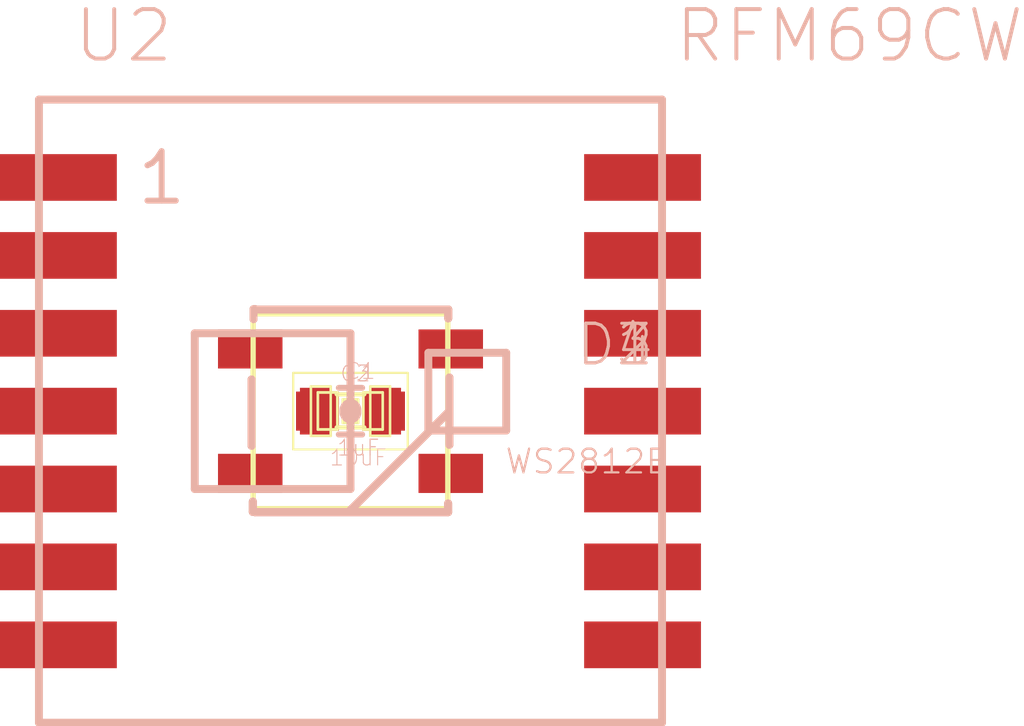
<source format=kicad_pcb>
(kicad_pcb (version 4) (host pcbnew 4.0.2+dfsg1-stable)

  (general
    (links 17)
    (no_connects 8)
    (area 0 0 0 0)
    (thickness 1.6)
    (drawings 0)
    (tracks 0)
    (zones 0)
    (modules 8)
    (nets 20)
  )

  (page A4)
  (layers
    (0 F.Cu signal)
    (31 B.Cu signal)
    (32 B.Adhes user)
    (33 F.Adhes user)
    (34 B.Paste user)
    (35 F.Paste user)
    (36 B.SilkS user)
    (37 F.SilkS user)
    (38 B.Mask user)
    (39 F.Mask user)
    (40 Dwgs.User user)
    (41 Cmts.User user)
    (42 Eco1.User user)
    (43 Eco2.User user)
    (44 Edge.Cuts user)
    (45 Margin user)
    (46 B.CrtYd user)
    (47 F.CrtYd user)
    (48 B.Fab user)
    (49 F.Fab user)
  )

  (setup
    (last_trace_width 0.25)
    (trace_clearance 0.2)
    (zone_clearance 0.508)
    (zone_45_only no)
    (trace_min 0.2)
    (segment_width 0.2)
    (edge_width 0.15)
    (via_size 0.6)
    (via_drill 0.4)
    (via_min_size 0.4)
    (via_min_drill 0.3)
    (uvia_size 0.3)
    (uvia_drill 0.1)
    (uvias_allowed no)
    (uvia_min_size 0.2)
    (uvia_min_drill 0.1)
    (pcb_text_width 0.3)
    (pcb_text_size 1.5 1.5)
    (mod_edge_width 0.15)
    (mod_text_size 1 1)
    (mod_text_width 0.15)
    (pad_size 1.524 1.524)
    (pad_drill 0.762)
    (pad_to_mask_clearance 0.2)
    (aux_axis_origin 0 0)
    (visible_elements FFFFFF7F)
    (pcbplotparams
      (layerselection 0x00030_80000001)
      (usegerberextensions false)
      (excludeedgelayer true)
      (linewidth 0.100000)
      (plotframeref false)
      (viasonmask false)
      (mode 1)
      (useauxorigin false)
      (hpglpennumber 1)
      (hpglpenspeed 20)
      (hpglpendiameter 15)
      (hpglpenoverlay 2)
      (psnegative false)
      (psa4output false)
      (plotreference true)
      (plotvalue true)
      (plotinvisibletext false)
      (padsonsilk false)
      (subtractmaskfromsilk false)
      (outputformat 1)
      (mirror false)
      (drillshape 1)
      (scaleselection 1)
      (outputdirectory ""))
  )

  (net 0 "")
  (net 1 GND)
  (net 2 +5V)
  (net 3 +3V3)
  (net 4 "Net-(D1-Pad2)")
  (net 5 "Net-(D1-Pad4)")
  (net 6 "Net-(D2-Pad2)")
  (net 7 "Net-(D3-Pad2)")
  (net 8 LED_EXTERNAL)
  (net 9 ANTENNA)
  (net 10 "Net-(U2-Pad4)")
  (net 11 RADIO_MOSI)
  (net 12 RADIO_SCK)
  (net 13 RADIO_NSS)
  (net 14 RADIO_MISO)
  (net 15 RADIO_DIO0)
  (net 16 "Net-(U2-Pad10)")
  (net 17 "Net-(U2-Pad11)")
  (net 18 "Net-(U2-Pad12)")
  (net 19 "Net-(U2-Pad13)")

  (net_class Default "This is the default net class."
    (clearance 0.2)
    (trace_width 0.25)
    (via_dia 0.6)
    (via_drill 0.4)
    (uvia_dia 0.3)
    (uvia_drill 0.1)
    (add_net +3V3)
    (add_net +5V)
    (add_net ANTENNA)
    (add_net GND)
    (add_net LED_EXTERNAL)
    (add_net "Net-(D1-Pad2)")
    (add_net "Net-(D1-Pad4)")
    (add_net "Net-(D2-Pad2)")
    (add_net "Net-(D3-Pad2)")
    (add_net "Net-(U2-Pad10)")
    (add_net "Net-(U2-Pad11)")
    (add_net "Net-(U2-Pad12)")
    (add_net "Net-(U2-Pad13)")
    (add_net "Net-(U2-Pad4)")
    (add_net RADIO_DIO0)
    (add_net RADIO_MISO)
    (add_net RADIO_MOSI)
    (add_net RADIO_NSS)
    (add_net RADIO_SCK)
  )

  (module 0805-CAP (layer F.Cu) (tedit 200000) (tstamp 5A54487B)
    (at 148.5011 105.0036)
    (path /5A548BBE)
    (attr smd)
    (fp_text reference C1 (at 0.254 -1.0287) (layer B.SilkS)
      (effects (font (size 0.4064 0.4064) (thickness 0.0254)))
    )
    (fp_text value 10uF (at 0.2032 1.1938) (layer B.SilkS)
      (effects (font (size 0.4064 0.4064) (thickness 0.0254)))
    )
    (fp_line (start 0.508 0.635) (end 1.016 0.635) (layer F.SilkS) (width 0.06604))
    (fp_line (start 1.016 0.635) (end 1.016 -0.635) (layer F.SilkS) (width 0.06604))
    (fp_line (start 0.508 -0.635) (end 1.016 -0.635) (layer F.SilkS) (width 0.06604))
    (fp_line (start 0.508 0.635) (end 0.508 -0.635) (layer F.SilkS) (width 0.06604))
    (fp_line (start -1.016 0.635) (end -0.508 0.635) (layer F.SilkS) (width 0.06604))
    (fp_line (start -0.508 0.635) (end -0.508 -0.635) (layer F.SilkS) (width 0.06604))
    (fp_line (start -1.016 -0.635) (end -0.508 -0.635) (layer F.SilkS) (width 0.06604))
    (fp_line (start -1.016 0.635) (end -1.016 -0.635) (layer F.SilkS) (width 0.06604))
    (fp_line (start -0.29972 -0.59944) (end 0.29972 -0.59944) (layer B.SilkS) (width 0.1524))
    (fp_line (start -0.29972 0.59944) (end 0.29972 0.59944) (layer B.SilkS) (width 0.1524))
    (fp_line (start 0 -0.03048) (end 0 0.03048) (layer B.SilkS) (width 0.5588))
    (pad 1 smd rect (at -0.89916 0) (size 0.79756 1.19888) (layers F.Cu F.Paste F.Mask)
      (net 1 GND))
    (pad 2 smd rect (at 0.89916 0) (size 0.79756 1.19888) (layers F.Cu F.Paste F.Mask)
      (net 2 +5V))
  )

  (module 0603-CAP (layer F.Cu) (tedit 200000) (tstamp 5A544881)
    (at 148.5011 105.0036)
    (path /5A5477DB)
    (attr smd)
    (fp_text reference C2 (at 0.127 -0.9652) (layer B.SilkS)
      (effects (font (size 0.4064 0.4064) (thickness 0.0254)))
    )
    (fp_text value 1uF (at 0.2032 0.9398) (layer B.SilkS)
      (effects (font (size 0.4064 0.4064) (thickness 0.0254)))
    )
    (fp_line (start -0.8382 0.4699) (end -0.33782 0.4699) (layer F.SilkS) (width 0.06604))
    (fp_line (start -0.33782 0.4699) (end -0.33782 -0.48006) (layer F.SilkS) (width 0.06604))
    (fp_line (start -0.8382 -0.48006) (end -0.33782 -0.48006) (layer F.SilkS) (width 0.06604))
    (fp_line (start -0.8382 0.4699) (end -0.8382 -0.48006) (layer F.SilkS) (width 0.06604))
    (fp_line (start 0.3302 0.4699) (end 0.82804 0.4699) (layer F.SilkS) (width 0.06604))
    (fp_line (start 0.82804 0.4699) (end 0.82804 -0.48006) (layer F.SilkS) (width 0.06604))
    (fp_line (start 0.3302 -0.48006) (end 0.82804 -0.48006) (layer F.SilkS) (width 0.06604))
    (fp_line (start 0.3302 0.4699) (end 0.3302 -0.48006) (layer F.SilkS) (width 0.06604))
    (fp_line (start -0.19812 0.29972) (end 0.19812 0.29972) (layer F.SilkS) (width 0.06604))
    (fp_line (start 0.19812 0.29972) (end 0.19812 -0.29972) (layer F.SilkS) (width 0.06604))
    (fp_line (start -0.19812 -0.29972) (end 0.19812 -0.29972) (layer F.SilkS) (width 0.06604))
    (fp_line (start -0.19812 0.29972) (end -0.19812 -0.29972) (layer F.SilkS) (width 0.06604))
    (fp_line (start -1.47066 -0.98298) (end 1.47066 -0.98298) (layer F.SilkS) (width 0.0508))
    (fp_line (start 1.47066 -0.98298) (end 1.47066 0.98298) (layer F.SilkS) (width 0.0508))
    (fp_line (start 1.47066 0.98298) (end -1.47066 0.98298) (layer F.SilkS) (width 0.0508))
    (fp_line (start -1.47066 0.98298) (end -1.47066 -0.98298) (layer F.SilkS) (width 0.0508))
    (fp_line (start -0.3556 -0.4318) (end 0.3556 -0.4318) (layer F.SilkS) (width 0.1016))
    (fp_line (start -0.3556 0.41656) (end 0.3556 0.41656) (layer F.SilkS) (width 0.1016))
    (fp_line (start 0 -0.02794) (end 0 0.02794) (layer B.SilkS) (width 0.381))
    (pad 1 smd rect (at -0.84836 0) (size 1.09982 0.99822) (layers F.Cu F.Paste F.Mask)
      (net 1 GND))
    (pad 2 smd rect (at 0.84836 0) (size 1.09982 0.99822) (layers F.Cu F.Paste F.Mask)
      (net 2 +5V))
  )

  (module 0603-CAP (layer F.Cu) (tedit 200000) (tstamp 5A544887)
    (at 148.5011 105.0036)
    (path /5A547830)
    (attr smd)
    (fp_text reference C3 (at 0.127 -0.9652) (layer B.SilkS)
      (effects (font (size 0.4064 0.4064) (thickness 0.0254)))
    )
    (fp_text value 1uF (at 0.2032 0.9398) (layer B.SilkS)
      (effects (font (size 0.4064 0.4064) (thickness 0.0254)))
    )
    (fp_line (start -0.8382 0.4699) (end -0.33782 0.4699) (layer F.SilkS) (width 0.06604))
    (fp_line (start -0.33782 0.4699) (end -0.33782 -0.48006) (layer F.SilkS) (width 0.06604))
    (fp_line (start -0.8382 -0.48006) (end -0.33782 -0.48006) (layer F.SilkS) (width 0.06604))
    (fp_line (start -0.8382 0.4699) (end -0.8382 -0.48006) (layer F.SilkS) (width 0.06604))
    (fp_line (start 0.3302 0.4699) (end 0.82804 0.4699) (layer F.SilkS) (width 0.06604))
    (fp_line (start 0.82804 0.4699) (end 0.82804 -0.48006) (layer F.SilkS) (width 0.06604))
    (fp_line (start 0.3302 -0.48006) (end 0.82804 -0.48006) (layer F.SilkS) (width 0.06604))
    (fp_line (start 0.3302 0.4699) (end 0.3302 -0.48006) (layer F.SilkS) (width 0.06604))
    (fp_line (start -0.19812 0.29972) (end 0.19812 0.29972) (layer F.SilkS) (width 0.06604))
    (fp_line (start 0.19812 0.29972) (end 0.19812 -0.29972) (layer F.SilkS) (width 0.06604))
    (fp_line (start -0.19812 -0.29972) (end 0.19812 -0.29972) (layer F.SilkS) (width 0.06604))
    (fp_line (start -0.19812 0.29972) (end -0.19812 -0.29972) (layer F.SilkS) (width 0.06604))
    (fp_line (start -1.47066 -0.98298) (end 1.47066 -0.98298) (layer F.SilkS) (width 0.0508))
    (fp_line (start 1.47066 -0.98298) (end 1.47066 0.98298) (layer F.SilkS) (width 0.0508))
    (fp_line (start 1.47066 0.98298) (end -1.47066 0.98298) (layer F.SilkS) (width 0.0508))
    (fp_line (start -1.47066 0.98298) (end -1.47066 -0.98298) (layer F.SilkS) (width 0.0508))
    (fp_line (start -0.3556 -0.4318) (end 0.3556 -0.4318) (layer F.SilkS) (width 0.1016))
    (fp_line (start -0.3556 0.41656) (end 0.3556 0.41656) (layer F.SilkS) (width 0.1016))
    (fp_line (start 0 -0.02794) (end 0 0.02794) (layer B.SilkS) (width 0.381))
    (pad 1 smd rect (at -0.84836 0) (size 1.09982 0.99822) (layers F.Cu F.Paste F.Mask)
      (net 1 GND))
    (pad 2 smd rect (at 0.84836 0) (size 1.09982 0.99822) (layers F.Cu F.Paste F.Mask)
      (net 3 +3V3))
  )

  (module WS2812B (layer F.Cu) (tedit 200000) (tstamp 5A54488F)
    (at 148.5011 105.0036)
    (descr "INTELLIGENT CONTROL LED WITH INTEGRATED LIGHT SOURCE")
    (tags "INTELLIGENT CONTROL LED WITH INTEGRATED LIGHT SOURCE")
    (path /5A54355C)
    (attr smd)
    (fp_text reference D1 (at 6.79196 -1.70688) (layer B.SilkS)
      (effects (font (size 1.016 1.016) (thickness 0.0762)))
    )
    (fp_text value WS2812B (at 6.08076 1.29286) (layer B.SilkS)
      (effects (font (size 0.6096 0.6096) (thickness 0.0508)))
    )
    (fp_line (start -2.49936 -2.49936) (end -2.49936 2.49936) (layer F.SilkS) (width 0.127))
    (fp_line (start -2.49936 2.49936) (end 2.49936 2.49936) (layer F.SilkS) (width 0.127))
    (fp_line (start 2.49936 2.49936) (end 2.49936 -2.49936) (layer F.SilkS) (width 0.127))
    (fp_line (start 2.49936 -2.49936) (end -2.49936 -2.49936) (layer F.SilkS) (width 0.127))
    (fp_line (start -2.4892 -2.3622) (end -2.4892 -2.6162) (layer B.SilkS) (width 0.2032))
    (fp_line (start -2.4892 -2.6162) (end -2.4384 -2.6162) (layer B.SilkS) (width 0.2032))
    (fp_line (start -2.4384 -2.6162) (end -2.4384 -2.61112) (layer B.SilkS) (width 0.2032))
    (fp_line (start -2.4384 -2.61112) (end 2.50952 -2.61112) (layer B.SilkS) (width 0.2032))
    (fp_line (start 2.50952 -2.61112) (end 2.50952 -2.37998) (layer B.SilkS) (width 0.2032))
    (fp_line (start -2.50698 2.31902) (end -2.50698 2.58826) (layer B.SilkS) (width 0.2032))
    (fp_line (start -2.50698 2.58826) (end -2.45618 2.58826) (layer B.SilkS) (width 0.2032))
    (fp_line (start -2.45618 2.58826) (end -2.45618 2.59334) (layer B.SilkS) (width 0.2032))
    (fp_line (start -2.45618 2.59334) (end 2.50698 2.59334) (layer B.SilkS) (width 0.2032))
    (fp_line (start 2.50698 2.59334) (end 2.50698 2.36728) (layer B.SilkS) (width 0.2032))
    (fp_line (start -2.54 0.889) (end -2.54 -0.8128) (layer B.SilkS) (width 0.2032))
    (fp_line (start 2.54 -0.8636) (end 2.54 0) (layer B.SilkS) (width 0.2032))
    (fp_line (start 2.54 0) (end 2.54 0.8636) (layer B.SilkS) (width 0.2032))
    (fp_line (start 2.54 0) (end 0 2.54) (layer B.SilkS) (width 0.2032))
    (pad 1 smd rect (at -2.57556 -1.59766) (size 1.651 0.99822) (layers F.Cu F.Paste F.Mask)
      (net 2 +5V))
    (pad 2 smd rect (at -2.57556 1.59766) (size 1.651 0.99822) (layers F.Cu F.Paste F.Mask)
      (net 4 "Net-(D1-Pad2)"))
    (pad 3 smd rect (at 2.57556 1.59766) (size 1.651 0.99822) (layers F.Cu F.Paste F.Mask)
      (net 1 GND))
    (pad 4 smd rect (at 2.57556 -1.59766) (size 1.651 0.99822) (layers F.Cu F.Paste F.Mask)
      (net 5 "Net-(D1-Pad4)"))
  )

  (module WS2812B (layer F.Cu) (tedit 200000) (tstamp 5A544897)
    (at 148.5011 105.0036)
    (descr "INTELLIGENT CONTROL LED WITH INTEGRATED LIGHT SOURCE")
    (tags "INTELLIGENT CONTROL LED WITH INTEGRATED LIGHT SOURCE")
    (path /5A5435CB)
    (attr smd)
    (fp_text reference D2 (at 6.79196 -1.70688) (layer B.SilkS)
      (effects (font (size 1.016 1.016) (thickness 0.0762)))
    )
    (fp_text value WS2812B (at 6.08076 1.29286) (layer B.SilkS)
      (effects (font (size 0.6096 0.6096) (thickness 0.0508)))
    )
    (fp_line (start -2.49936 -2.49936) (end -2.49936 2.49936) (layer F.SilkS) (width 0.127))
    (fp_line (start -2.49936 2.49936) (end 2.49936 2.49936) (layer F.SilkS) (width 0.127))
    (fp_line (start 2.49936 2.49936) (end 2.49936 -2.49936) (layer F.SilkS) (width 0.127))
    (fp_line (start 2.49936 -2.49936) (end -2.49936 -2.49936) (layer F.SilkS) (width 0.127))
    (fp_line (start -2.4892 -2.3622) (end -2.4892 -2.6162) (layer B.SilkS) (width 0.2032))
    (fp_line (start -2.4892 -2.6162) (end -2.4384 -2.6162) (layer B.SilkS) (width 0.2032))
    (fp_line (start -2.4384 -2.6162) (end -2.4384 -2.61112) (layer B.SilkS) (width 0.2032))
    (fp_line (start -2.4384 -2.61112) (end 2.50952 -2.61112) (layer B.SilkS) (width 0.2032))
    (fp_line (start 2.50952 -2.61112) (end 2.50952 -2.37998) (layer B.SilkS) (width 0.2032))
    (fp_line (start -2.50698 2.31902) (end -2.50698 2.58826) (layer B.SilkS) (width 0.2032))
    (fp_line (start -2.50698 2.58826) (end -2.45618 2.58826) (layer B.SilkS) (width 0.2032))
    (fp_line (start -2.45618 2.58826) (end -2.45618 2.59334) (layer B.SilkS) (width 0.2032))
    (fp_line (start -2.45618 2.59334) (end 2.50698 2.59334) (layer B.SilkS) (width 0.2032))
    (fp_line (start 2.50698 2.59334) (end 2.50698 2.36728) (layer B.SilkS) (width 0.2032))
    (fp_line (start -2.54 0.889) (end -2.54 -0.8128) (layer B.SilkS) (width 0.2032))
    (fp_line (start 2.54 -0.8636) (end 2.54 0) (layer B.SilkS) (width 0.2032))
    (fp_line (start 2.54 0) (end 2.54 0.8636) (layer B.SilkS) (width 0.2032))
    (fp_line (start 2.54 0) (end 0 2.54) (layer B.SilkS) (width 0.2032))
    (pad 1 smd rect (at -2.57556 -1.59766) (size 1.651 0.99822) (layers F.Cu F.Paste F.Mask)
      (net 2 +5V))
    (pad 2 smd rect (at -2.57556 1.59766) (size 1.651 0.99822) (layers F.Cu F.Paste F.Mask)
      (net 6 "Net-(D2-Pad2)"))
    (pad 3 smd rect (at 2.57556 1.59766) (size 1.651 0.99822) (layers F.Cu F.Paste F.Mask)
      (net 1 GND))
    (pad 4 smd rect (at 2.57556 -1.59766) (size 1.651 0.99822) (layers F.Cu F.Paste F.Mask)
      (net 4 "Net-(D1-Pad2)"))
  )

  (module WS2812B (layer F.Cu) (tedit 200000) (tstamp 5A54489F)
    (at 148.5011 105.0036)
    (descr "INTELLIGENT CONTROL LED WITH INTEGRATED LIGHT SOURCE")
    (tags "INTELLIGENT CONTROL LED WITH INTEGRATED LIGHT SOURCE")
    (path /5A543630)
    (attr smd)
    (fp_text reference D3 (at 6.79196 -1.70688) (layer B.SilkS)
      (effects (font (size 1.016 1.016) (thickness 0.0762)))
    )
    (fp_text value WS2812B (at 6.08076 1.29286) (layer B.SilkS)
      (effects (font (size 0.6096 0.6096) (thickness 0.0508)))
    )
    (fp_line (start -2.49936 -2.49936) (end -2.49936 2.49936) (layer F.SilkS) (width 0.127))
    (fp_line (start -2.49936 2.49936) (end 2.49936 2.49936) (layer F.SilkS) (width 0.127))
    (fp_line (start 2.49936 2.49936) (end 2.49936 -2.49936) (layer F.SilkS) (width 0.127))
    (fp_line (start 2.49936 -2.49936) (end -2.49936 -2.49936) (layer F.SilkS) (width 0.127))
    (fp_line (start -2.4892 -2.3622) (end -2.4892 -2.6162) (layer B.SilkS) (width 0.2032))
    (fp_line (start -2.4892 -2.6162) (end -2.4384 -2.6162) (layer B.SilkS) (width 0.2032))
    (fp_line (start -2.4384 -2.6162) (end -2.4384 -2.61112) (layer B.SilkS) (width 0.2032))
    (fp_line (start -2.4384 -2.61112) (end 2.50952 -2.61112) (layer B.SilkS) (width 0.2032))
    (fp_line (start 2.50952 -2.61112) (end 2.50952 -2.37998) (layer B.SilkS) (width 0.2032))
    (fp_line (start -2.50698 2.31902) (end -2.50698 2.58826) (layer B.SilkS) (width 0.2032))
    (fp_line (start -2.50698 2.58826) (end -2.45618 2.58826) (layer B.SilkS) (width 0.2032))
    (fp_line (start -2.45618 2.58826) (end -2.45618 2.59334) (layer B.SilkS) (width 0.2032))
    (fp_line (start -2.45618 2.59334) (end 2.50698 2.59334) (layer B.SilkS) (width 0.2032))
    (fp_line (start 2.50698 2.59334) (end 2.50698 2.36728) (layer B.SilkS) (width 0.2032))
    (fp_line (start -2.54 0.889) (end -2.54 -0.8128) (layer B.SilkS) (width 0.2032))
    (fp_line (start 2.54 -0.8636) (end 2.54 0) (layer B.SilkS) (width 0.2032))
    (fp_line (start 2.54 0) (end 2.54 0.8636) (layer B.SilkS) (width 0.2032))
    (fp_line (start 2.54 0) (end 0 2.54) (layer B.SilkS) (width 0.2032))
    (pad 1 smd rect (at -2.57556 -1.59766) (size 1.651 0.99822) (layers F.Cu F.Paste F.Mask)
      (net 2 +5V))
    (pad 2 smd rect (at -2.57556 1.59766) (size 1.651 0.99822) (layers F.Cu F.Paste F.Mask)
      (net 7 "Net-(D3-Pad2)"))
    (pad 3 smd rect (at 2.57556 1.59766) (size 1.651 0.99822) (layers F.Cu F.Paste F.Mask)
      (net 1 GND))
    (pad 4 smd rect (at 2.57556 -1.59766) (size 1.651 0.99822) (layers F.Cu F.Paste F.Mask)
      (net 6 "Net-(D2-Pad2)"))
  )

  (module WS2812B (layer F.Cu) (tedit 200000) (tstamp 5A5448A7)
    (at 148.5011 105.0036)
    (descr "INTELLIGENT CONTROL LED WITH INTEGRATED LIGHT SOURCE")
    (tags "INTELLIGENT CONTROL LED WITH INTEGRATED LIGHT SOURCE")
    (path /5A54365F)
    (attr smd)
    (fp_text reference D4 (at 6.79196 -1.70688) (layer B.SilkS)
      (effects (font (size 1.016 1.016) (thickness 0.0762)))
    )
    (fp_text value WS2812B (at 6.08076 1.29286) (layer B.SilkS)
      (effects (font (size 0.6096 0.6096) (thickness 0.0508)))
    )
    (fp_line (start -2.49936 -2.49936) (end -2.49936 2.49936) (layer F.SilkS) (width 0.127))
    (fp_line (start -2.49936 2.49936) (end 2.49936 2.49936) (layer F.SilkS) (width 0.127))
    (fp_line (start 2.49936 2.49936) (end 2.49936 -2.49936) (layer F.SilkS) (width 0.127))
    (fp_line (start 2.49936 -2.49936) (end -2.49936 -2.49936) (layer F.SilkS) (width 0.127))
    (fp_line (start -2.4892 -2.3622) (end -2.4892 -2.6162) (layer B.SilkS) (width 0.2032))
    (fp_line (start -2.4892 -2.6162) (end -2.4384 -2.6162) (layer B.SilkS) (width 0.2032))
    (fp_line (start -2.4384 -2.6162) (end -2.4384 -2.61112) (layer B.SilkS) (width 0.2032))
    (fp_line (start -2.4384 -2.61112) (end 2.50952 -2.61112) (layer B.SilkS) (width 0.2032))
    (fp_line (start 2.50952 -2.61112) (end 2.50952 -2.37998) (layer B.SilkS) (width 0.2032))
    (fp_line (start -2.50698 2.31902) (end -2.50698 2.58826) (layer B.SilkS) (width 0.2032))
    (fp_line (start -2.50698 2.58826) (end -2.45618 2.58826) (layer B.SilkS) (width 0.2032))
    (fp_line (start -2.45618 2.58826) (end -2.45618 2.59334) (layer B.SilkS) (width 0.2032))
    (fp_line (start -2.45618 2.59334) (end 2.50698 2.59334) (layer B.SilkS) (width 0.2032))
    (fp_line (start 2.50698 2.59334) (end 2.50698 2.36728) (layer B.SilkS) (width 0.2032))
    (fp_line (start -2.54 0.889) (end -2.54 -0.8128) (layer B.SilkS) (width 0.2032))
    (fp_line (start 2.54 -0.8636) (end 2.54 0) (layer B.SilkS) (width 0.2032))
    (fp_line (start 2.54 0) (end 2.54 0.8636) (layer B.SilkS) (width 0.2032))
    (fp_line (start 2.54 0) (end 0 2.54) (layer B.SilkS) (width 0.2032))
    (pad 1 smd rect (at -2.57556 -1.59766) (size 1.651 0.99822) (layers F.Cu F.Paste F.Mask)
      (net 2 +5V))
    (pad 2 smd rect (at -2.57556 1.59766) (size 1.651 0.99822) (layers F.Cu F.Paste F.Mask)
      (net 8 LED_EXTERNAL))
    (pad 3 smd rect (at 2.57556 1.59766) (size 1.651 0.99822) (layers F.Cu F.Paste F.Mask)
      (net 1 GND))
    (pad 4 smd rect (at 2.57556 -1.59766) (size 1.651 0.99822) (layers F.Cu F.Paste F.Mask)
      (net 7 "Net-(D3-Pad2)"))
  )

  (module RFM69CW-XXXS2 (layer F.Cu) (tedit 200000) (tstamp 5A5448B9)
    (at 148.5011 105.0036)
    (path /5A542578)
    (attr smd)
    (fp_text reference U2 (at -5.82422 -9.63422) (layer B.SilkS)
      (effects (font (size 1.27 1.27) (thickness 0.1016)))
    )
    (fp_text value RFM69CW (at 12.80922 -9.63422) (layer B.SilkS)
      (effects (font (size 1.27 1.27) (thickness 0.1016)))
    )
    (fp_line (start -7.99846 -7.99846) (end 7.99846 -7.99846) (layer B.SilkS) (width 0.2032))
    (fp_line (start 7.99846 -7.99846) (end 7.99846 7.99846) (layer B.SilkS) (width 0.2032))
    (fp_line (start 7.99846 7.99846) (end -7.99846 7.99846) (layer B.SilkS) (width 0.2032))
    (fp_line (start -7.99846 7.99846) (end -7.99846 -7.99846) (layer B.SilkS) (width 0.2032))
    (fp_line (start -3.99796 -1.99898) (end -3.99796 1.99898) (layer B.SilkS) (width 0.2032))
    (fp_line (start -3.99796 1.99898) (end 0 1.99898) (layer B.SilkS) (width 0.2032))
    (fp_line (start 0 1.99898) (end 0 -1.99898) (layer B.SilkS) (width 0.2032))
    (fp_line (start 0 -1.99898) (end -3.99796 -1.99898) (layer B.SilkS) (width 0.2032))
    (fp_line (start 1.99898 0.49784) (end 1.99898 -1.4986) (layer B.SilkS) (width 0.2032))
    (fp_line (start 3.99796 -1.4986) (end 1.99898 -1.4986) (layer B.SilkS) (width 0.2032))
    (fp_line (start 3.99796 0.49784) (end 3.99796 -1.4986) (layer B.SilkS) (width 0.2032))
    (fp_line (start 3.99796 0.49784) (end 1.99898 0.49784) (layer B.SilkS) (width 0.2032))
    (fp_text user 1 (at -4.84886 -5.98424) (layer B.SilkS)
      (effects (font (size 1.27 1.27) (thickness 0.1524)))
    )
    (pad 1 smd rect (at -7.49808 -5.99948) (size 2.99974 1.19888) (layers F.Cu F.Paste F.Mask)
      (net 9 ANTENNA))
    (pad 2 smd rect (at -7.49808 -3.99796) (size 2.99974 1.19888) (layers F.Cu F.Paste F.Mask)
      (net 3 +3V3))
    (pad 3 smd rect (at -7.49808 -1.99898) (size 2.99974 1.19888) (layers F.Cu F.Paste F.Mask)
      (net 1 GND))
    (pad 4 smd rect (at -7.49808 0) (size 2.99974 1.19888) (layers F.Cu F.Paste F.Mask)
      (net 10 "Net-(U2-Pad4)"))
    (pad 5 smd rect (at -7.49808 1.99898) (size 2.99974 1.19888) (layers F.Cu F.Paste F.Mask)
      (net 11 RADIO_MOSI))
    (pad 6 smd rect (at -7.49808 3.99796) (size 2.99974 1.19888) (layers F.Cu F.Paste F.Mask)
      (net 12 RADIO_SCK))
    (pad 7 smd rect (at -7.49808 5.99948) (size 2.99974 1.19888) (layers F.Cu F.Paste F.Mask)
      (net 13 RADIO_NSS))
    (pad 8 smd rect (at 7.49808 5.99948) (size 2.99974 1.19888) (layers F.Cu F.Paste F.Mask)
      (net 14 RADIO_MISO))
    (pad 9 smd rect (at 7.49808 3.99796) (size 2.99974 1.19888) (layers F.Cu F.Paste F.Mask)
      (net 15 RADIO_DIO0))
    (pad 10 smd rect (at 7.49808 1.99898) (size 2.99974 1.19888) (layers F.Cu F.Paste F.Mask)
      (net 16 "Net-(U2-Pad10)"))
    (pad 11 smd rect (at 7.49808 0) (size 2.99974 1.19888) (layers F.Cu F.Paste F.Mask)
      (net 17 "Net-(U2-Pad11)"))
    (pad 12 smd rect (at 7.49808 -1.99898) (size 2.99974 1.19888) (layers F.Cu F.Paste F.Mask)
      (net 18 "Net-(U2-Pad12)"))
    (pad 13 smd rect (at 7.49808 -3.99796) (size 2.99974 1.19888) (layers F.Cu F.Paste F.Mask)
      (net 19 "Net-(U2-Pad13)"))
    (pad 14 smd rect (at 7.49808 -5.99948) (size 2.99974 1.19888) (layers F.Cu F.Paste F.Mask)
      (net 1 GND))
  )

)

</source>
